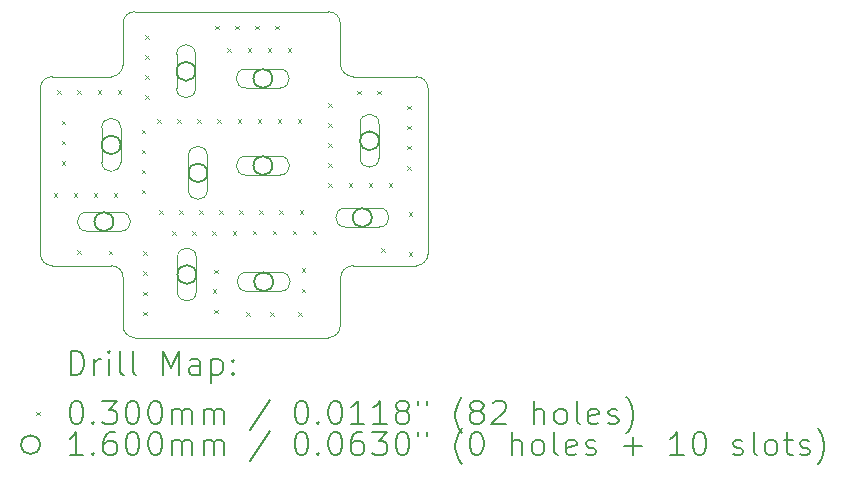
<source format=gbr>
%TF.GenerationSoftware,KiCad,Pcbnew,8.0.7*%
%TF.CreationDate,2025-04-20T00:51:05-04:00*%
%TF.ProjectId,1M_4F,314d5f34-462e-46b6-9963-61645f706362,rev?*%
%TF.SameCoordinates,Original*%
%TF.FileFunction,Drillmap*%
%TF.FilePolarity,Positive*%
%FSLAX45Y45*%
G04 Gerber Fmt 4.5, Leading zero omitted, Abs format (unit mm)*
G04 Created by KiCad (PCBNEW 8.0.7) date 2025-04-20 00:51:05*
%MOMM*%
%LPD*%
G01*
G04 APERTURE LIST*
%ADD10C,0.050000*%
%ADD11C,0.200000*%
%ADD12C,0.100000*%
%ADD13C,0.160000*%
G04 APERTURE END LIST*
D10*
X10840000Y-3400000D02*
G75*
G02*
X10940000Y-3500000I0J-100000D01*
G01*
X8500000Y-5550000D02*
G75*
G02*
X8400000Y-5450000I0J100000D01*
G01*
X9100000Y-3500000D02*
G75*
G02*
X9200000Y-3400000I100000J0D01*
G01*
X9200000Y-6160000D02*
X10840000Y-6160000D01*
X10940000Y-6060000D02*
G75*
G02*
X10840000Y-6160000I-100000J0D01*
G01*
X9100000Y-3850000D02*
G75*
G02*
X9000000Y-3950000I-100000J0D01*
G01*
X9100000Y-6060000D02*
X9100000Y-5650107D01*
X11682500Y-5450000D02*
G75*
G02*
X11582500Y-5550000I-100000J0D01*
G01*
X11050000Y-3950000D02*
G75*
G02*
X10940000Y-3840000I0J110000D01*
G01*
X10940937Y-5660107D02*
G75*
G02*
X11050937Y-5550107I110003J-3D01*
G01*
X8500937Y-5550107D02*
X9000937Y-5550107D01*
X8400000Y-5450000D02*
X8400000Y-4050000D01*
X11682500Y-4050000D02*
X11682500Y-5450000D01*
X10940000Y-3500000D02*
X10940000Y-3840000D01*
X8400000Y-4050000D02*
G75*
G02*
X8500000Y-3950000I100000J0D01*
G01*
X11582500Y-3950000D02*
G75*
G02*
X11682500Y-4050000I0J-100000D01*
G01*
X8500000Y-3950000D02*
X9000000Y-3950000D01*
X9100000Y-3500000D02*
X9100000Y-3850000D01*
X9000937Y-5550107D02*
G75*
G02*
X9100943Y-5650107I3J-100003D01*
G01*
X9200000Y-3400000D02*
X10840000Y-3400000D01*
X11050937Y-5550107D02*
X11583437Y-5550107D01*
X10940000Y-6060000D02*
X10940000Y-5660107D01*
X9200000Y-6160000D02*
G75*
G02*
X9100000Y-6060000I0J100000D01*
G01*
X11050000Y-3950000D02*
X11582500Y-3950000D01*
D11*
D12*
X8512500Y-4937500D02*
X8542500Y-4967500D01*
X8542500Y-4937500D02*
X8512500Y-4967500D01*
X8545000Y-4065000D02*
X8575000Y-4095000D01*
X8575000Y-4065000D02*
X8545000Y-4095000D01*
X8582500Y-4325000D02*
X8612500Y-4355000D01*
X8612500Y-4325000D02*
X8582500Y-4355000D01*
X8582500Y-4495000D02*
X8612500Y-4525000D01*
X8612500Y-4495000D02*
X8582500Y-4525000D01*
X8582500Y-4665000D02*
X8612500Y-4695000D01*
X8612500Y-4665000D02*
X8582500Y-4695000D01*
X8682500Y-4937500D02*
X8712500Y-4967500D01*
X8712500Y-4937500D02*
X8682500Y-4967500D01*
X8712500Y-5422500D02*
X8742500Y-5452500D01*
X8742500Y-5422500D02*
X8712500Y-5452500D01*
X8715000Y-4065000D02*
X8745000Y-4095000D01*
X8745000Y-4065000D02*
X8715000Y-4095000D01*
X8852500Y-4937500D02*
X8882500Y-4967500D01*
X8882500Y-4937500D02*
X8852500Y-4967500D01*
X8885000Y-4065000D02*
X8915000Y-4095000D01*
X8915000Y-4065000D02*
X8885000Y-4095000D01*
X8980000Y-5425000D02*
X9010000Y-5455000D01*
X9010000Y-5425000D02*
X8980000Y-5455000D01*
X9022500Y-4937500D02*
X9052500Y-4967500D01*
X9052500Y-4937500D02*
X9022500Y-4967500D01*
X9055000Y-4065000D02*
X9085000Y-4095000D01*
X9085000Y-4065000D02*
X9055000Y-4095000D01*
X9260000Y-4400000D02*
X9290000Y-4430000D01*
X9290000Y-4400000D02*
X9260000Y-4430000D01*
X9260000Y-4570000D02*
X9290000Y-4600000D01*
X9290000Y-4570000D02*
X9260000Y-4600000D01*
X9260000Y-4740000D02*
X9290000Y-4770000D01*
X9290000Y-4740000D02*
X9260000Y-4770000D01*
X9260000Y-4910000D02*
X9290000Y-4940000D01*
X9290000Y-4910000D02*
X9260000Y-4940000D01*
X9270000Y-5430000D02*
X9300000Y-5460000D01*
X9300000Y-5430000D02*
X9270000Y-5460000D01*
X9270000Y-5600000D02*
X9300000Y-5630000D01*
X9300000Y-5600000D02*
X9270000Y-5630000D01*
X9270000Y-5770000D02*
X9300000Y-5800000D01*
X9300000Y-5770000D02*
X9270000Y-5800000D01*
X9270000Y-5940000D02*
X9300000Y-5970000D01*
X9300000Y-5940000D02*
X9270000Y-5970000D01*
X9287500Y-3600000D02*
X9317500Y-3630000D01*
X9317500Y-3600000D02*
X9287500Y-3630000D01*
X9287500Y-3770000D02*
X9317500Y-3800000D01*
X9317500Y-3770000D02*
X9287500Y-3800000D01*
X9287500Y-3940000D02*
X9317500Y-3970000D01*
X9317500Y-3940000D02*
X9287500Y-3970000D01*
X9287500Y-4110000D02*
X9317500Y-4140000D01*
X9317500Y-4110000D02*
X9287500Y-4140000D01*
X9390000Y-4312500D02*
X9420000Y-4342500D01*
X9420000Y-4312500D02*
X9390000Y-4342500D01*
X9405000Y-5082500D02*
X9435000Y-5112500D01*
X9435000Y-5082500D02*
X9405000Y-5112500D01*
X9517500Y-5257500D02*
X9547500Y-5287500D01*
X9547500Y-5257500D02*
X9517500Y-5287500D01*
X9560000Y-4312500D02*
X9590000Y-4342500D01*
X9590000Y-4312500D02*
X9560000Y-4342500D01*
X9575000Y-5082500D02*
X9605000Y-5112500D01*
X9605000Y-5082500D02*
X9575000Y-5112500D01*
X9687500Y-5257500D02*
X9717500Y-5287500D01*
X9717500Y-5257500D02*
X9687500Y-5287500D01*
X9730000Y-4312500D02*
X9760000Y-4342500D01*
X9760000Y-4312500D02*
X9730000Y-4342500D01*
X9745000Y-5082500D02*
X9775000Y-5112500D01*
X9775000Y-5082500D02*
X9745000Y-5112500D01*
X9857500Y-5257500D02*
X9887500Y-5287500D01*
X9887500Y-5257500D02*
X9857500Y-5287500D01*
X9860000Y-5752500D02*
X9890000Y-5782500D01*
X9890000Y-5752500D02*
X9860000Y-5782500D01*
X9872500Y-5585000D02*
X9902500Y-5615000D01*
X9902500Y-5585000D02*
X9872500Y-5615000D01*
X9872500Y-5925000D02*
X9902500Y-5955000D01*
X9902500Y-5925000D02*
X9872500Y-5955000D01*
X9880000Y-3520000D02*
X9910000Y-3550000D01*
X9910000Y-3520000D02*
X9880000Y-3550000D01*
X9900000Y-4312500D02*
X9930000Y-4342500D01*
X9930000Y-4312500D02*
X9900000Y-4342500D01*
X9915000Y-5082500D02*
X9945000Y-5112500D01*
X9945000Y-5082500D02*
X9915000Y-5112500D01*
X9985000Y-3710000D02*
X10015000Y-3740000D01*
X10015000Y-3710000D02*
X9985000Y-3740000D01*
X10027500Y-5257500D02*
X10057500Y-5287500D01*
X10057500Y-5257500D02*
X10027500Y-5287500D01*
X10050000Y-3520000D02*
X10080000Y-3550000D01*
X10080000Y-3520000D02*
X10050000Y-3550000D01*
X10070000Y-4310000D02*
X10100000Y-4340000D01*
X10100000Y-4310000D02*
X10070000Y-4340000D01*
X10085000Y-5080000D02*
X10115000Y-5110000D01*
X10115000Y-5080000D02*
X10085000Y-5110000D01*
X10145000Y-5945000D02*
X10175000Y-5975000D01*
X10175000Y-5945000D02*
X10145000Y-5975000D01*
X10155000Y-3710000D02*
X10185000Y-3740000D01*
X10185000Y-3710000D02*
X10155000Y-3740000D01*
X10197500Y-5255000D02*
X10227500Y-5285000D01*
X10227500Y-5255000D02*
X10197500Y-5285000D01*
X10220000Y-3520000D02*
X10250000Y-3550000D01*
X10250000Y-3520000D02*
X10220000Y-3550000D01*
X10240000Y-4310000D02*
X10270000Y-4340000D01*
X10270000Y-4310000D02*
X10240000Y-4340000D01*
X10255000Y-5080000D02*
X10285000Y-5110000D01*
X10285000Y-5080000D02*
X10255000Y-5110000D01*
X10325000Y-3710000D02*
X10355000Y-3740000D01*
X10355000Y-3710000D02*
X10325000Y-3740000D01*
X10345000Y-5945000D02*
X10375000Y-5975000D01*
X10375000Y-5945000D02*
X10345000Y-5975000D01*
X10367500Y-5255000D02*
X10397500Y-5285000D01*
X10397500Y-5255000D02*
X10367500Y-5285000D01*
X10390000Y-3520000D02*
X10420000Y-3550000D01*
X10420000Y-3520000D02*
X10390000Y-3550000D01*
X10410000Y-4310000D02*
X10440000Y-4340000D01*
X10440000Y-4310000D02*
X10410000Y-4340000D01*
X10425000Y-5080000D02*
X10455000Y-5110000D01*
X10455000Y-5080000D02*
X10425000Y-5110000D01*
X10495000Y-3710000D02*
X10525000Y-3740000D01*
X10525000Y-3710000D02*
X10495000Y-3740000D01*
X10537500Y-5255000D02*
X10567500Y-5285000D01*
X10567500Y-5255000D02*
X10537500Y-5285000D01*
X10580000Y-4310000D02*
X10610000Y-4340000D01*
X10610000Y-4310000D02*
X10580000Y-4340000D01*
X10585000Y-5945000D02*
X10615000Y-5975000D01*
X10615000Y-5945000D02*
X10585000Y-5975000D01*
X10595000Y-5080000D02*
X10625000Y-5110000D01*
X10625000Y-5080000D02*
X10595000Y-5110000D01*
X10615000Y-5575000D02*
X10645000Y-5605000D01*
X10645000Y-5575000D02*
X10615000Y-5605000D01*
X10615000Y-5745000D02*
X10645000Y-5775000D01*
X10645000Y-5745000D02*
X10615000Y-5775000D01*
X10707500Y-5255000D02*
X10737500Y-5285000D01*
X10737500Y-5255000D02*
X10707500Y-5285000D01*
X10840000Y-4175000D02*
X10870000Y-4205000D01*
X10870000Y-4175000D02*
X10840000Y-4205000D01*
X10840000Y-4345000D02*
X10870000Y-4375000D01*
X10870000Y-4345000D02*
X10840000Y-4375000D01*
X10840000Y-4515000D02*
X10870000Y-4545000D01*
X10870000Y-4515000D02*
X10840000Y-4545000D01*
X10840000Y-4685000D02*
X10870000Y-4715000D01*
X10870000Y-4685000D02*
X10840000Y-4715000D01*
X10840000Y-4852500D02*
X10870000Y-4882500D01*
X10870000Y-4852500D02*
X10840000Y-4882500D01*
X11010000Y-4852500D02*
X11040000Y-4882500D01*
X11040000Y-4852500D02*
X11010000Y-4882500D01*
X11085000Y-4070000D02*
X11115000Y-4100000D01*
X11115000Y-4070000D02*
X11085000Y-4100000D01*
X11180000Y-4852500D02*
X11210000Y-4882500D01*
X11210000Y-4852500D02*
X11180000Y-4882500D01*
X11255000Y-4070000D02*
X11285000Y-4100000D01*
X11285000Y-4070000D02*
X11255000Y-4100000D01*
X11285000Y-5405000D02*
X11315000Y-5435000D01*
X11315000Y-5405000D02*
X11285000Y-5435000D01*
X11350000Y-4852500D02*
X11380000Y-4882500D01*
X11380000Y-4852500D02*
X11350000Y-4882500D01*
X11507500Y-4197500D02*
X11537500Y-4227500D01*
X11537500Y-4197500D02*
X11507500Y-4227500D01*
X11507500Y-4367500D02*
X11537500Y-4397500D01*
X11537500Y-4367500D02*
X11507500Y-4397500D01*
X11507500Y-4537500D02*
X11537500Y-4567500D01*
X11537500Y-4537500D02*
X11507500Y-4567500D01*
X11507500Y-4707500D02*
X11537500Y-4737500D01*
X11537500Y-4707500D02*
X11507500Y-4737500D01*
X11520000Y-5097500D02*
X11550000Y-5127500D01*
X11550000Y-5097500D02*
X11520000Y-5127500D01*
X11520000Y-5437500D02*
X11550000Y-5467500D01*
X11550000Y-5437500D02*
X11520000Y-5467500D01*
D13*
X9018750Y-5178750D02*
G75*
G02*
X8858750Y-5178750I-80000J0D01*
G01*
X8858750Y-5178750D02*
G75*
G02*
X9018750Y-5178750I80000J0D01*
G01*
D12*
X8793750Y-5258750D02*
X9083750Y-5258750D01*
X9083750Y-5098750D02*
G75*
G02*
X9083750Y-5258750I0J-80000D01*
G01*
X9083750Y-5098750D02*
X8793750Y-5098750D01*
X8793750Y-5098750D02*
G75*
G03*
X8793750Y-5258750I0J-80000D01*
G01*
D13*
X9080000Y-4528750D02*
G75*
G02*
X8920000Y-4528750I-80000J0D01*
G01*
X8920000Y-4528750D02*
G75*
G02*
X9080000Y-4528750I80000J0D01*
G01*
D12*
X8920000Y-4383750D02*
X8920000Y-4673750D01*
X9080000Y-4673750D02*
G75*
G02*
X8920000Y-4673750I-80000J0D01*
G01*
X9080000Y-4673750D02*
X9080000Y-4383750D01*
X9080000Y-4383750D02*
G75*
G03*
X8920000Y-4383750I-80000J0D01*
G01*
D13*
X9713750Y-3905000D02*
G75*
G02*
X9553750Y-3905000I-80000J0D01*
G01*
X9553750Y-3905000D02*
G75*
G02*
X9713750Y-3905000I80000J0D01*
G01*
D12*
X9553750Y-3760000D02*
X9553750Y-4050000D01*
X9713750Y-4050000D02*
G75*
G02*
X9553750Y-4050000I-80000J0D01*
G01*
X9713750Y-4050000D02*
X9713750Y-3760000D01*
X9713750Y-3760000D02*
G75*
G03*
X9553750Y-3760000I-80000J0D01*
G01*
D13*
X9721250Y-5626250D02*
G75*
G02*
X9561250Y-5626250I-80000J0D01*
G01*
X9561250Y-5626250D02*
G75*
G02*
X9721250Y-5626250I80000J0D01*
G01*
D12*
X9561250Y-5481250D02*
X9561250Y-5771250D01*
X9721250Y-5771250D02*
G75*
G02*
X9561250Y-5771250I-80000J0D01*
G01*
X9721250Y-5771250D02*
X9721250Y-5481250D01*
X9721250Y-5481250D02*
G75*
G03*
X9561250Y-5481250I-80000J0D01*
G01*
D13*
X9814460Y-4765330D02*
G75*
G02*
X9654460Y-4765330I-80000J0D01*
G01*
X9654460Y-4765330D02*
G75*
G02*
X9814460Y-4765330I80000J0D01*
G01*
D12*
X9654460Y-4620330D02*
X9654460Y-4910330D01*
X9814460Y-4910330D02*
G75*
G02*
X9654460Y-4910330I-80000J0D01*
G01*
X9814460Y-4910330D02*
X9814460Y-4620330D01*
X9814460Y-4620330D02*
G75*
G03*
X9654460Y-4620330I-80000J0D01*
G01*
D13*
X10363750Y-3966250D02*
G75*
G02*
X10203750Y-3966250I-80000J0D01*
G01*
X10203750Y-3966250D02*
G75*
G02*
X10363750Y-3966250I80000J0D01*
G01*
D12*
X10428750Y-3886250D02*
X10138750Y-3886250D01*
X10138750Y-4046250D02*
G75*
G02*
X10138750Y-3886250I0J80000D01*
G01*
X10138750Y-4046250D02*
X10428750Y-4046250D01*
X10428750Y-4046250D02*
G75*
G03*
X10428750Y-3886250I0J80000D01*
G01*
D13*
X10364460Y-4704080D02*
G75*
G02*
X10204460Y-4704080I-80000J0D01*
G01*
X10204460Y-4704080D02*
G75*
G02*
X10364460Y-4704080I80000J0D01*
G01*
D12*
X10139460Y-4784080D02*
X10429460Y-4784080D01*
X10429460Y-4624080D02*
G75*
G02*
X10429460Y-4784080I0J-80000D01*
G01*
X10429460Y-4624080D02*
X10139460Y-4624080D01*
X10139460Y-4624080D02*
G75*
G03*
X10139460Y-4784080I0J-80000D01*
G01*
D13*
X10371250Y-5687500D02*
G75*
G02*
X10211250Y-5687500I-80000J0D01*
G01*
X10211250Y-5687500D02*
G75*
G02*
X10371250Y-5687500I80000J0D01*
G01*
D12*
X10436250Y-5607500D02*
X10146250Y-5607500D01*
X10146250Y-5767500D02*
G75*
G02*
X10146250Y-5607500I0J80000D01*
G01*
X10146250Y-5767500D02*
X10436250Y-5767500D01*
X10436250Y-5767500D02*
G75*
G03*
X10436250Y-5607500I0J80000D01*
G01*
D13*
X11206250Y-5143750D02*
G75*
G02*
X11046250Y-5143750I-80000J0D01*
G01*
X11046250Y-5143750D02*
G75*
G02*
X11206250Y-5143750I80000J0D01*
G01*
D12*
X10981250Y-5223750D02*
X11271250Y-5223750D01*
X11271250Y-5063750D02*
G75*
G02*
X11271250Y-5223750I0J-80000D01*
G01*
X11271250Y-5063750D02*
X10981250Y-5063750D01*
X10981250Y-5063750D02*
G75*
G03*
X10981250Y-5223750I0J-80000D01*
G01*
D13*
X11267500Y-4493750D02*
G75*
G02*
X11107500Y-4493750I-80000J0D01*
G01*
X11107500Y-4493750D02*
G75*
G02*
X11267500Y-4493750I80000J0D01*
G01*
D12*
X11107500Y-4348750D02*
X11107500Y-4638750D01*
X11267500Y-4638750D02*
G75*
G02*
X11107500Y-4638750I-80000J0D01*
G01*
X11267500Y-4638750D02*
X11267500Y-4348750D01*
X11267500Y-4348750D02*
G75*
G03*
X11107500Y-4348750I-80000J0D01*
G01*
D11*
X8658277Y-6473984D02*
X8658277Y-6273984D01*
X8658277Y-6273984D02*
X8705896Y-6273984D01*
X8705896Y-6273984D02*
X8734467Y-6283508D01*
X8734467Y-6283508D02*
X8753515Y-6302555D01*
X8753515Y-6302555D02*
X8763039Y-6321603D01*
X8763039Y-6321603D02*
X8772563Y-6359698D01*
X8772563Y-6359698D02*
X8772563Y-6388269D01*
X8772563Y-6388269D02*
X8763039Y-6426365D01*
X8763039Y-6426365D02*
X8753515Y-6445412D01*
X8753515Y-6445412D02*
X8734467Y-6464460D01*
X8734467Y-6464460D02*
X8705896Y-6473984D01*
X8705896Y-6473984D02*
X8658277Y-6473984D01*
X8858277Y-6473984D02*
X8858277Y-6340650D01*
X8858277Y-6378746D02*
X8867801Y-6359698D01*
X8867801Y-6359698D02*
X8877324Y-6350174D01*
X8877324Y-6350174D02*
X8896372Y-6340650D01*
X8896372Y-6340650D02*
X8915420Y-6340650D01*
X8982086Y-6473984D02*
X8982086Y-6340650D01*
X8982086Y-6273984D02*
X8972563Y-6283508D01*
X8972563Y-6283508D02*
X8982086Y-6293031D01*
X8982086Y-6293031D02*
X8991610Y-6283508D01*
X8991610Y-6283508D02*
X8982086Y-6273984D01*
X8982086Y-6273984D02*
X8982086Y-6293031D01*
X9105896Y-6473984D02*
X9086848Y-6464460D01*
X9086848Y-6464460D02*
X9077324Y-6445412D01*
X9077324Y-6445412D02*
X9077324Y-6273984D01*
X9210658Y-6473984D02*
X9191610Y-6464460D01*
X9191610Y-6464460D02*
X9182086Y-6445412D01*
X9182086Y-6445412D02*
X9182086Y-6273984D01*
X9439229Y-6473984D02*
X9439229Y-6273984D01*
X9439229Y-6273984D02*
X9505896Y-6416841D01*
X9505896Y-6416841D02*
X9572563Y-6273984D01*
X9572563Y-6273984D02*
X9572563Y-6473984D01*
X9753515Y-6473984D02*
X9753515Y-6369222D01*
X9753515Y-6369222D02*
X9743991Y-6350174D01*
X9743991Y-6350174D02*
X9724944Y-6340650D01*
X9724944Y-6340650D02*
X9686848Y-6340650D01*
X9686848Y-6340650D02*
X9667801Y-6350174D01*
X9753515Y-6464460D02*
X9734467Y-6473984D01*
X9734467Y-6473984D02*
X9686848Y-6473984D01*
X9686848Y-6473984D02*
X9667801Y-6464460D01*
X9667801Y-6464460D02*
X9658277Y-6445412D01*
X9658277Y-6445412D02*
X9658277Y-6426365D01*
X9658277Y-6426365D02*
X9667801Y-6407317D01*
X9667801Y-6407317D02*
X9686848Y-6397793D01*
X9686848Y-6397793D02*
X9734467Y-6397793D01*
X9734467Y-6397793D02*
X9753515Y-6388269D01*
X9848753Y-6340650D02*
X9848753Y-6540650D01*
X9848753Y-6350174D02*
X9867801Y-6340650D01*
X9867801Y-6340650D02*
X9905896Y-6340650D01*
X9905896Y-6340650D02*
X9924944Y-6350174D01*
X9924944Y-6350174D02*
X9934467Y-6359698D01*
X9934467Y-6359698D02*
X9943991Y-6378746D01*
X9943991Y-6378746D02*
X9943991Y-6435888D01*
X9943991Y-6435888D02*
X9934467Y-6454936D01*
X9934467Y-6454936D02*
X9924944Y-6464460D01*
X9924944Y-6464460D02*
X9905896Y-6473984D01*
X9905896Y-6473984D02*
X9867801Y-6473984D01*
X9867801Y-6473984D02*
X9848753Y-6464460D01*
X10029705Y-6454936D02*
X10039229Y-6464460D01*
X10039229Y-6464460D02*
X10029705Y-6473984D01*
X10029705Y-6473984D02*
X10020182Y-6464460D01*
X10020182Y-6464460D02*
X10029705Y-6454936D01*
X10029705Y-6454936D02*
X10029705Y-6473984D01*
X10029705Y-6350174D02*
X10039229Y-6359698D01*
X10039229Y-6359698D02*
X10029705Y-6369222D01*
X10029705Y-6369222D02*
X10020182Y-6359698D01*
X10020182Y-6359698D02*
X10029705Y-6350174D01*
X10029705Y-6350174D02*
X10029705Y-6369222D01*
D12*
X8367500Y-6787500D02*
X8397500Y-6817500D01*
X8397500Y-6787500D02*
X8367500Y-6817500D01*
D11*
X8696372Y-6693984D02*
X8715420Y-6693984D01*
X8715420Y-6693984D02*
X8734467Y-6703508D01*
X8734467Y-6703508D02*
X8743991Y-6713031D01*
X8743991Y-6713031D02*
X8753515Y-6732079D01*
X8753515Y-6732079D02*
X8763039Y-6770174D01*
X8763039Y-6770174D02*
X8763039Y-6817793D01*
X8763039Y-6817793D02*
X8753515Y-6855888D01*
X8753515Y-6855888D02*
X8743991Y-6874936D01*
X8743991Y-6874936D02*
X8734467Y-6884460D01*
X8734467Y-6884460D02*
X8715420Y-6893984D01*
X8715420Y-6893984D02*
X8696372Y-6893984D01*
X8696372Y-6893984D02*
X8677324Y-6884460D01*
X8677324Y-6884460D02*
X8667801Y-6874936D01*
X8667801Y-6874936D02*
X8658277Y-6855888D01*
X8658277Y-6855888D02*
X8648753Y-6817793D01*
X8648753Y-6817793D02*
X8648753Y-6770174D01*
X8648753Y-6770174D02*
X8658277Y-6732079D01*
X8658277Y-6732079D02*
X8667801Y-6713031D01*
X8667801Y-6713031D02*
X8677324Y-6703508D01*
X8677324Y-6703508D02*
X8696372Y-6693984D01*
X8848753Y-6874936D02*
X8858277Y-6884460D01*
X8858277Y-6884460D02*
X8848753Y-6893984D01*
X8848753Y-6893984D02*
X8839229Y-6884460D01*
X8839229Y-6884460D02*
X8848753Y-6874936D01*
X8848753Y-6874936D02*
X8848753Y-6893984D01*
X8924944Y-6693984D02*
X9048753Y-6693984D01*
X9048753Y-6693984D02*
X8982086Y-6770174D01*
X8982086Y-6770174D02*
X9010658Y-6770174D01*
X9010658Y-6770174D02*
X9029705Y-6779698D01*
X9029705Y-6779698D02*
X9039229Y-6789222D01*
X9039229Y-6789222D02*
X9048753Y-6808269D01*
X9048753Y-6808269D02*
X9048753Y-6855888D01*
X9048753Y-6855888D02*
X9039229Y-6874936D01*
X9039229Y-6874936D02*
X9029705Y-6884460D01*
X9029705Y-6884460D02*
X9010658Y-6893984D01*
X9010658Y-6893984D02*
X8953515Y-6893984D01*
X8953515Y-6893984D02*
X8934467Y-6884460D01*
X8934467Y-6884460D02*
X8924944Y-6874936D01*
X9172563Y-6693984D02*
X9191610Y-6693984D01*
X9191610Y-6693984D02*
X9210658Y-6703508D01*
X9210658Y-6703508D02*
X9220182Y-6713031D01*
X9220182Y-6713031D02*
X9229705Y-6732079D01*
X9229705Y-6732079D02*
X9239229Y-6770174D01*
X9239229Y-6770174D02*
X9239229Y-6817793D01*
X9239229Y-6817793D02*
X9229705Y-6855888D01*
X9229705Y-6855888D02*
X9220182Y-6874936D01*
X9220182Y-6874936D02*
X9210658Y-6884460D01*
X9210658Y-6884460D02*
X9191610Y-6893984D01*
X9191610Y-6893984D02*
X9172563Y-6893984D01*
X9172563Y-6893984D02*
X9153515Y-6884460D01*
X9153515Y-6884460D02*
X9143991Y-6874936D01*
X9143991Y-6874936D02*
X9134467Y-6855888D01*
X9134467Y-6855888D02*
X9124944Y-6817793D01*
X9124944Y-6817793D02*
X9124944Y-6770174D01*
X9124944Y-6770174D02*
X9134467Y-6732079D01*
X9134467Y-6732079D02*
X9143991Y-6713031D01*
X9143991Y-6713031D02*
X9153515Y-6703508D01*
X9153515Y-6703508D02*
X9172563Y-6693984D01*
X9363039Y-6693984D02*
X9382086Y-6693984D01*
X9382086Y-6693984D02*
X9401134Y-6703508D01*
X9401134Y-6703508D02*
X9410658Y-6713031D01*
X9410658Y-6713031D02*
X9420182Y-6732079D01*
X9420182Y-6732079D02*
X9429705Y-6770174D01*
X9429705Y-6770174D02*
X9429705Y-6817793D01*
X9429705Y-6817793D02*
X9420182Y-6855888D01*
X9420182Y-6855888D02*
X9410658Y-6874936D01*
X9410658Y-6874936D02*
X9401134Y-6884460D01*
X9401134Y-6884460D02*
X9382086Y-6893984D01*
X9382086Y-6893984D02*
X9363039Y-6893984D01*
X9363039Y-6893984D02*
X9343991Y-6884460D01*
X9343991Y-6884460D02*
X9334467Y-6874936D01*
X9334467Y-6874936D02*
X9324944Y-6855888D01*
X9324944Y-6855888D02*
X9315420Y-6817793D01*
X9315420Y-6817793D02*
X9315420Y-6770174D01*
X9315420Y-6770174D02*
X9324944Y-6732079D01*
X9324944Y-6732079D02*
X9334467Y-6713031D01*
X9334467Y-6713031D02*
X9343991Y-6703508D01*
X9343991Y-6703508D02*
X9363039Y-6693984D01*
X9515420Y-6893984D02*
X9515420Y-6760650D01*
X9515420Y-6779698D02*
X9524944Y-6770174D01*
X9524944Y-6770174D02*
X9543991Y-6760650D01*
X9543991Y-6760650D02*
X9572563Y-6760650D01*
X9572563Y-6760650D02*
X9591610Y-6770174D01*
X9591610Y-6770174D02*
X9601134Y-6789222D01*
X9601134Y-6789222D02*
X9601134Y-6893984D01*
X9601134Y-6789222D02*
X9610658Y-6770174D01*
X9610658Y-6770174D02*
X9629705Y-6760650D01*
X9629705Y-6760650D02*
X9658277Y-6760650D01*
X9658277Y-6760650D02*
X9677325Y-6770174D01*
X9677325Y-6770174D02*
X9686848Y-6789222D01*
X9686848Y-6789222D02*
X9686848Y-6893984D01*
X9782086Y-6893984D02*
X9782086Y-6760650D01*
X9782086Y-6779698D02*
X9791610Y-6770174D01*
X9791610Y-6770174D02*
X9810658Y-6760650D01*
X9810658Y-6760650D02*
X9839229Y-6760650D01*
X9839229Y-6760650D02*
X9858277Y-6770174D01*
X9858277Y-6770174D02*
X9867801Y-6789222D01*
X9867801Y-6789222D02*
X9867801Y-6893984D01*
X9867801Y-6789222D02*
X9877325Y-6770174D01*
X9877325Y-6770174D02*
X9896372Y-6760650D01*
X9896372Y-6760650D02*
X9924944Y-6760650D01*
X9924944Y-6760650D02*
X9943991Y-6770174D01*
X9943991Y-6770174D02*
X9953515Y-6789222D01*
X9953515Y-6789222D02*
X9953515Y-6893984D01*
X10343991Y-6684460D02*
X10172563Y-6941603D01*
X10601134Y-6693984D02*
X10620182Y-6693984D01*
X10620182Y-6693984D02*
X10639229Y-6703508D01*
X10639229Y-6703508D02*
X10648753Y-6713031D01*
X10648753Y-6713031D02*
X10658277Y-6732079D01*
X10658277Y-6732079D02*
X10667801Y-6770174D01*
X10667801Y-6770174D02*
X10667801Y-6817793D01*
X10667801Y-6817793D02*
X10658277Y-6855888D01*
X10658277Y-6855888D02*
X10648753Y-6874936D01*
X10648753Y-6874936D02*
X10639229Y-6884460D01*
X10639229Y-6884460D02*
X10620182Y-6893984D01*
X10620182Y-6893984D02*
X10601134Y-6893984D01*
X10601134Y-6893984D02*
X10582087Y-6884460D01*
X10582087Y-6884460D02*
X10572563Y-6874936D01*
X10572563Y-6874936D02*
X10563039Y-6855888D01*
X10563039Y-6855888D02*
X10553515Y-6817793D01*
X10553515Y-6817793D02*
X10553515Y-6770174D01*
X10553515Y-6770174D02*
X10563039Y-6732079D01*
X10563039Y-6732079D02*
X10572563Y-6713031D01*
X10572563Y-6713031D02*
X10582087Y-6703508D01*
X10582087Y-6703508D02*
X10601134Y-6693984D01*
X10753515Y-6874936D02*
X10763039Y-6884460D01*
X10763039Y-6884460D02*
X10753515Y-6893984D01*
X10753515Y-6893984D02*
X10743991Y-6884460D01*
X10743991Y-6884460D02*
X10753515Y-6874936D01*
X10753515Y-6874936D02*
X10753515Y-6893984D01*
X10886848Y-6693984D02*
X10905896Y-6693984D01*
X10905896Y-6693984D02*
X10924944Y-6703508D01*
X10924944Y-6703508D02*
X10934468Y-6713031D01*
X10934468Y-6713031D02*
X10943991Y-6732079D01*
X10943991Y-6732079D02*
X10953515Y-6770174D01*
X10953515Y-6770174D02*
X10953515Y-6817793D01*
X10953515Y-6817793D02*
X10943991Y-6855888D01*
X10943991Y-6855888D02*
X10934468Y-6874936D01*
X10934468Y-6874936D02*
X10924944Y-6884460D01*
X10924944Y-6884460D02*
X10905896Y-6893984D01*
X10905896Y-6893984D02*
X10886848Y-6893984D01*
X10886848Y-6893984D02*
X10867801Y-6884460D01*
X10867801Y-6884460D02*
X10858277Y-6874936D01*
X10858277Y-6874936D02*
X10848753Y-6855888D01*
X10848753Y-6855888D02*
X10839229Y-6817793D01*
X10839229Y-6817793D02*
X10839229Y-6770174D01*
X10839229Y-6770174D02*
X10848753Y-6732079D01*
X10848753Y-6732079D02*
X10858277Y-6713031D01*
X10858277Y-6713031D02*
X10867801Y-6703508D01*
X10867801Y-6703508D02*
X10886848Y-6693984D01*
X11143991Y-6893984D02*
X11029706Y-6893984D01*
X11086848Y-6893984D02*
X11086848Y-6693984D01*
X11086848Y-6693984D02*
X11067801Y-6722555D01*
X11067801Y-6722555D02*
X11048753Y-6741603D01*
X11048753Y-6741603D02*
X11029706Y-6751127D01*
X11334467Y-6893984D02*
X11220182Y-6893984D01*
X11277325Y-6893984D02*
X11277325Y-6693984D01*
X11277325Y-6693984D02*
X11258277Y-6722555D01*
X11258277Y-6722555D02*
X11239229Y-6741603D01*
X11239229Y-6741603D02*
X11220182Y-6751127D01*
X11448753Y-6779698D02*
X11429706Y-6770174D01*
X11429706Y-6770174D02*
X11420182Y-6760650D01*
X11420182Y-6760650D02*
X11410658Y-6741603D01*
X11410658Y-6741603D02*
X11410658Y-6732079D01*
X11410658Y-6732079D02*
X11420182Y-6713031D01*
X11420182Y-6713031D02*
X11429706Y-6703508D01*
X11429706Y-6703508D02*
X11448753Y-6693984D01*
X11448753Y-6693984D02*
X11486848Y-6693984D01*
X11486848Y-6693984D02*
X11505896Y-6703508D01*
X11505896Y-6703508D02*
X11515420Y-6713031D01*
X11515420Y-6713031D02*
X11524944Y-6732079D01*
X11524944Y-6732079D02*
X11524944Y-6741603D01*
X11524944Y-6741603D02*
X11515420Y-6760650D01*
X11515420Y-6760650D02*
X11505896Y-6770174D01*
X11505896Y-6770174D02*
X11486848Y-6779698D01*
X11486848Y-6779698D02*
X11448753Y-6779698D01*
X11448753Y-6779698D02*
X11429706Y-6789222D01*
X11429706Y-6789222D02*
X11420182Y-6798746D01*
X11420182Y-6798746D02*
X11410658Y-6817793D01*
X11410658Y-6817793D02*
X11410658Y-6855888D01*
X11410658Y-6855888D02*
X11420182Y-6874936D01*
X11420182Y-6874936D02*
X11429706Y-6884460D01*
X11429706Y-6884460D02*
X11448753Y-6893984D01*
X11448753Y-6893984D02*
X11486848Y-6893984D01*
X11486848Y-6893984D02*
X11505896Y-6884460D01*
X11505896Y-6884460D02*
X11515420Y-6874936D01*
X11515420Y-6874936D02*
X11524944Y-6855888D01*
X11524944Y-6855888D02*
X11524944Y-6817793D01*
X11524944Y-6817793D02*
X11515420Y-6798746D01*
X11515420Y-6798746D02*
X11505896Y-6789222D01*
X11505896Y-6789222D02*
X11486848Y-6779698D01*
X11601134Y-6693984D02*
X11601134Y-6732079D01*
X11677325Y-6693984D02*
X11677325Y-6732079D01*
X11972563Y-6970174D02*
X11963039Y-6960650D01*
X11963039Y-6960650D02*
X11943991Y-6932079D01*
X11943991Y-6932079D02*
X11934468Y-6913031D01*
X11934468Y-6913031D02*
X11924944Y-6884460D01*
X11924944Y-6884460D02*
X11915420Y-6836841D01*
X11915420Y-6836841D02*
X11915420Y-6798746D01*
X11915420Y-6798746D02*
X11924944Y-6751127D01*
X11924944Y-6751127D02*
X11934468Y-6722555D01*
X11934468Y-6722555D02*
X11943991Y-6703508D01*
X11943991Y-6703508D02*
X11963039Y-6674936D01*
X11963039Y-6674936D02*
X11972563Y-6665412D01*
X12077325Y-6779698D02*
X12058277Y-6770174D01*
X12058277Y-6770174D02*
X12048753Y-6760650D01*
X12048753Y-6760650D02*
X12039229Y-6741603D01*
X12039229Y-6741603D02*
X12039229Y-6732079D01*
X12039229Y-6732079D02*
X12048753Y-6713031D01*
X12048753Y-6713031D02*
X12058277Y-6703508D01*
X12058277Y-6703508D02*
X12077325Y-6693984D01*
X12077325Y-6693984D02*
X12115420Y-6693984D01*
X12115420Y-6693984D02*
X12134468Y-6703508D01*
X12134468Y-6703508D02*
X12143991Y-6713031D01*
X12143991Y-6713031D02*
X12153515Y-6732079D01*
X12153515Y-6732079D02*
X12153515Y-6741603D01*
X12153515Y-6741603D02*
X12143991Y-6760650D01*
X12143991Y-6760650D02*
X12134468Y-6770174D01*
X12134468Y-6770174D02*
X12115420Y-6779698D01*
X12115420Y-6779698D02*
X12077325Y-6779698D01*
X12077325Y-6779698D02*
X12058277Y-6789222D01*
X12058277Y-6789222D02*
X12048753Y-6798746D01*
X12048753Y-6798746D02*
X12039229Y-6817793D01*
X12039229Y-6817793D02*
X12039229Y-6855888D01*
X12039229Y-6855888D02*
X12048753Y-6874936D01*
X12048753Y-6874936D02*
X12058277Y-6884460D01*
X12058277Y-6884460D02*
X12077325Y-6893984D01*
X12077325Y-6893984D02*
X12115420Y-6893984D01*
X12115420Y-6893984D02*
X12134468Y-6884460D01*
X12134468Y-6884460D02*
X12143991Y-6874936D01*
X12143991Y-6874936D02*
X12153515Y-6855888D01*
X12153515Y-6855888D02*
X12153515Y-6817793D01*
X12153515Y-6817793D02*
X12143991Y-6798746D01*
X12143991Y-6798746D02*
X12134468Y-6789222D01*
X12134468Y-6789222D02*
X12115420Y-6779698D01*
X12229706Y-6713031D02*
X12239229Y-6703508D01*
X12239229Y-6703508D02*
X12258277Y-6693984D01*
X12258277Y-6693984D02*
X12305896Y-6693984D01*
X12305896Y-6693984D02*
X12324944Y-6703508D01*
X12324944Y-6703508D02*
X12334468Y-6713031D01*
X12334468Y-6713031D02*
X12343991Y-6732079D01*
X12343991Y-6732079D02*
X12343991Y-6751127D01*
X12343991Y-6751127D02*
X12334468Y-6779698D01*
X12334468Y-6779698D02*
X12220182Y-6893984D01*
X12220182Y-6893984D02*
X12343991Y-6893984D01*
X12582087Y-6893984D02*
X12582087Y-6693984D01*
X12667801Y-6893984D02*
X12667801Y-6789222D01*
X12667801Y-6789222D02*
X12658277Y-6770174D01*
X12658277Y-6770174D02*
X12639230Y-6760650D01*
X12639230Y-6760650D02*
X12610658Y-6760650D01*
X12610658Y-6760650D02*
X12591610Y-6770174D01*
X12591610Y-6770174D02*
X12582087Y-6779698D01*
X12791610Y-6893984D02*
X12772563Y-6884460D01*
X12772563Y-6884460D02*
X12763039Y-6874936D01*
X12763039Y-6874936D02*
X12753515Y-6855888D01*
X12753515Y-6855888D02*
X12753515Y-6798746D01*
X12753515Y-6798746D02*
X12763039Y-6779698D01*
X12763039Y-6779698D02*
X12772563Y-6770174D01*
X12772563Y-6770174D02*
X12791610Y-6760650D01*
X12791610Y-6760650D02*
X12820182Y-6760650D01*
X12820182Y-6760650D02*
X12839230Y-6770174D01*
X12839230Y-6770174D02*
X12848753Y-6779698D01*
X12848753Y-6779698D02*
X12858277Y-6798746D01*
X12858277Y-6798746D02*
X12858277Y-6855888D01*
X12858277Y-6855888D02*
X12848753Y-6874936D01*
X12848753Y-6874936D02*
X12839230Y-6884460D01*
X12839230Y-6884460D02*
X12820182Y-6893984D01*
X12820182Y-6893984D02*
X12791610Y-6893984D01*
X12972563Y-6893984D02*
X12953515Y-6884460D01*
X12953515Y-6884460D02*
X12943991Y-6865412D01*
X12943991Y-6865412D02*
X12943991Y-6693984D01*
X13124944Y-6884460D02*
X13105896Y-6893984D01*
X13105896Y-6893984D02*
X13067801Y-6893984D01*
X13067801Y-6893984D02*
X13048753Y-6884460D01*
X13048753Y-6884460D02*
X13039230Y-6865412D01*
X13039230Y-6865412D02*
X13039230Y-6789222D01*
X13039230Y-6789222D02*
X13048753Y-6770174D01*
X13048753Y-6770174D02*
X13067801Y-6760650D01*
X13067801Y-6760650D02*
X13105896Y-6760650D01*
X13105896Y-6760650D02*
X13124944Y-6770174D01*
X13124944Y-6770174D02*
X13134468Y-6789222D01*
X13134468Y-6789222D02*
X13134468Y-6808269D01*
X13134468Y-6808269D02*
X13039230Y-6827317D01*
X13210658Y-6884460D02*
X13229706Y-6893984D01*
X13229706Y-6893984D02*
X13267801Y-6893984D01*
X13267801Y-6893984D02*
X13286849Y-6884460D01*
X13286849Y-6884460D02*
X13296372Y-6865412D01*
X13296372Y-6865412D02*
X13296372Y-6855888D01*
X13296372Y-6855888D02*
X13286849Y-6836841D01*
X13286849Y-6836841D02*
X13267801Y-6827317D01*
X13267801Y-6827317D02*
X13239230Y-6827317D01*
X13239230Y-6827317D02*
X13220182Y-6817793D01*
X13220182Y-6817793D02*
X13210658Y-6798746D01*
X13210658Y-6798746D02*
X13210658Y-6789222D01*
X13210658Y-6789222D02*
X13220182Y-6770174D01*
X13220182Y-6770174D02*
X13239230Y-6760650D01*
X13239230Y-6760650D02*
X13267801Y-6760650D01*
X13267801Y-6760650D02*
X13286849Y-6770174D01*
X13363039Y-6970174D02*
X13372563Y-6960650D01*
X13372563Y-6960650D02*
X13391611Y-6932079D01*
X13391611Y-6932079D02*
X13401134Y-6913031D01*
X13401134Y-6913031D02*
X13410658Y-6884460D01*
X13410658Y-6884460D02*
X13420182Y-6836841D01*
X13420182Y-6836841D02*
X13420182Y-6798746D01*
X13420182Y-6798746D02*
X13410658Y-6751127D01*
X13410658Y-6751127D02*
X13401134Y-6722555D01*
X13401134Y-6722555D02*
X13391611Y-6703508D01*
X13391611Y-6703508D02*
X13372563Y-6674936D01*
X13372563Y-6674936D02*
X13363039Y-6665412D01*
D13*
X8397500Y-7066500D02*
G75*
G02*
X8237500Y-7066500I-80000J0D01*
G01*
X8237500Y-7066500D02*
G75*
G02*
X8397500Y-7066500I80000J0D01*
G01*
D11*
X8763039Y-7157984D02*
X8648753Y-7157984D01*
X8705896Y-7157984D02*
X8705896Y-6957984D01*
X8705896Y-6957984D02*
X8686848Y-6986555D01*
X8686848Y-6986555D02*
X8667801Y-7005603D01*
X8667801Y-7005603D02*
X8648753Y-7015127D01*
X8848753Y-7138936D02*
X8858277Y-7148460D01*
X8858277Y-7148460D02*
X8848753Y-7157984D01*
X8848753Y-7157984D02*
X8839229Y-7148460D01*
X8839229Y-7148460D02*
X8848753Y-7138936D01*
X8848753Y-7138936D02*
X8848753Y-7157984D01*
X9029705Y-6957984D02*
X8991610Y-6957984D01*
X8991610Y-6957984D02*
X8972563Y-6967508D01*
X8972563Y-6967508D02*
X8963039Y-6977031D01*
X8963039Y-6977031D02*
X8943991Y-7005603D01*
X8943991Y-7005603D02*
X8934467Y-7043698D01*
X8934467Y-7043698D02*
X8934467Y-7119888D01*
X8934467Y-7119888D02*
X8943991Y-7138936D01*
X8943991Y-7138936D02*
X8953515Y-7148460D01*
X8953515Y-7148460D02*
X8972563Y-7157984D01*
X8972563Y-7157984D02*
X9010658Y-7157984D01*
X9010658Y-7157984D02*
X9029705Y-7148460D01*
X9029705Y-7148460D02*
X9039229Y-7138936D01*
X9039229Y-7138936D02*
X9048753Y-7119888D01*
X9048753Y-7119888D02*
X9048753Y-7072269D01*
X9048753Y-7072269D02*
X9039229Y-7053222D01*
X9039229Y-7053222D02*
X9029705Y-7043698D01*
X9029705Y-7043698D02*
X9010658Y-7034174D01*
X9010658Y-7034174D02*
X8972563Y-7034174D01*
X8972563Y-7034174D02*
X8953515Y-7043698D01*
X8953515Y-7043698D02*
X8943991Y-7053222D01*
X8943991Y-7053222D02*
X8934467Y-7072269D01*
X9172563Y-6957984D02*
X9191610Y-6957984D01*
X9191610Y-6957984D02*
X9210658Y-6967508D01*
X9210658Y-6967508D02*
X9220182Y-6977031D01*
X9220182Y-6977031D02*
X9229705Y-6996079D01*
X9229705Y-6996079D02*
X9239229Y-7034174D01*
X9239229Y-7034174D02*
X9239229Y-7081793D01*
X9239229Y-7081793D02*
X9229705Y-7119888D01*
X9229705Y-7119888D02*
X9220182Y-7138936D01*
X9220182Y-7138936D02*
X9210658Y-7148460D01*
X9210658Y-7148460D02*
X9191610Y-7157984D01*
X9191610Y-7157984D02*
X9172563Y-7157984D01*
X9172563Y-7157984D02*
X9153515Y-7148460D01*
X9153515Y-7148460D02*
X9143991Y-7138936D01*
X9143991Y-7138936D02*
X9134467Y-7119888D01*
X9134467Y-7119888D02*
X9124944Y-7081793D01*
X9124944Y-7081793D02*
X9124944Y-7034174D01*
X9124944Y-7034174D02*
X9134467Y-6996079D01*
X9134467Y-6996079D02*
X9143991Y-6977031D01*
X9143991Y-6977031D02*
X9153515Y-6967508D01*
X9153515Y-6967508D02*
X9172563Y-6957984D01*
X9363039Y-6957984D02*
X9382086Y-6957984D01*
X9382086Y-6957984D02*
X9401134Y-6967508D01*
X9401134Y-6967508D02*
X9410658Y-6977031D01*
X9410658Y-6977031D02*
X9420182Y-6996079D01*
X9420182Y-6996079D02*
X9429705Y-7034174D01*
X9429705Y-7034174D02*
X9429705Y-7081793D01*
X9429705Y-7081793D02*
X9420182Y-7119888D01*
X9420182Y-7119888D02*
X9410658Y-7138936D01*
X9410658Y-7138936D02*
X9401134Y-7148460D01*
X9401134Y-7148460D02*
X9382086Y-7157984D01*
X9382086Y-7157984D02*
X9363039Y-7157984D01*
X9363039Y-7157984D02*
X9343991Y-7148460D01*
X9343991Y-7148460D02*
X9334467Y-7138936D01*
X9334467Y-7138936D02*
X9324944Y-7119888D01*
X9324944Y-7119888D02*
X9315420Y-7081793D01*
X9315420Y-7081793D02*
X9315420Y-7034174D01*
X9315420Y-7034174D02*
X9324944Y-6996079D01*
X9324944Y-6996079D02*
X9334467Y-6977031D01*
X9334467Y-6977031D02*
X9343991Y-6967508D01*
X9343991Y-6967508D02*
X9363039Y-6957984D01*
X9515420Y-7157984D02*
X9515420Y-7024650D01*
X9515420Y-7043698D02*
X9524944Y-7034174D01*
X9524944Y-7034174D02*
X9543991Y-7024650D01*
X9543991Y-7024650D02*
X9572563Y-7024650D01*
X9572563Y-7024650D02*
X9591610Y-7034174D01*
X9591610Y-7034174D02*
X9601134Y-7053222D01*
X9601134Y-7053222D02*
X9601134Y-7157984D01*
X9601134Y-7053222D02*
X9610658Y-7034174D01*
X9610658Y-7034174D02*
X9629705Y-7024650D01*
X9629705Y-7024650D02*
X9658277Y-7024650D01*
X9658277Y-7024650D02*
X9677325Y-7034174D01*
X9677325Y-7034174D02*
X9686848Y-7053222D01*
X9686848Y-7053222D02*
X9686848Y-7157984D01*
X9782086Y-7157984D02*
X9782086Y-7024650D01*
X9782086Y-7043698D02*
X9791610Y-7034174D01*
X9791610Y-7034174D02*
X9810658Y-7024650D01*
X9810658Y-7024650D02*
X9839229Y-7024650D01*
X9839229Y-7024650D02*
X9858277Y-7034174D01*
X9858277Y-7034174D02*
X9867801Y-7053222D01*
X9867801Y-7053222D02*
X9867801Y-7157984D01*
X9867801Y-7053222D02*
X9877325Y-7034174D01*
X9877325Y-7034174D02*
X9896372Y-7024650D01*
X9896372Y-7024650D02*
X9924944Y-7024650D01*
X9924944Y-7024650D02*
X9943991Y-7034174D01*
X9943991Y-7034174D02*
X9953515Y-7053222D01*
X9953515Y-7053222D02*
X9953515Y-7157984D01*
X10343991Y-6948460D02*
X10172563Y-7205603D01*
X10601134Y-6957984D02*
X10620182Y-6957984D01*
X10620182Y-6957984D02*
X10639229Y-6967508D01*
X10639229Y-6967508D02*
X10648753Y-6977031D01*
X10648753Y-6977031D02*
X10658277Y-6996079D01*
X10658277Y-6996079D02*
X10667801Y-7034174D01*
X10667801Y-7034174D02*
X10667801Y-7081793D01*
X10667801Y-7081793D02*
X10658277Y-7119888D01*
X10658277Y-7119888D02*
X10648753Y-7138936D01*
X10648753Y-7138936D02*
X10639229Y-7148460D01*
X10639229Y-7148460D02*
X10620182Y-7157984D01*
X10620182Y-7157984D02*
X10601134Y-7157984D01*
X10601134Y-7157984D02*
X10582087Y-7148460D01*
X10582087Y-7148460D02*
X10572563Y-7138936D01*
X10572563Y-7138936D02*
X10563039Y-7119888D01*
X10563039Y-7119888D02*
X10553515Y-7081793D01*
X10553515Y-7081793D02*
X10553515Y-7034174D01*
X10553515Y-7034174D02*
X10563039Y-6996079D01*
X10563039Y-6996079D02*
X10572563Y-6977031D01*
X10572563Y-6977031D02*
X10582087Y-6967508D01*
X10582087Y-6967508D02*
X10601134Y-6957984D01*
X10753515Y-7138936D02*
X10763039Y-7148460D01*
X10763039Y-7148460D02*
X10753515Y-7157984D01*
X10753515Y-7157984D02*
X10743991Y-7148460D01*
X10743991Y-7148460D02*
X10753515Y-7138936D01*
X10753515Y-7138936D02*
X10753515Y-7157984D01*
X10886848Y-6957984D02*
X10905896Y-6957984D01*
X10905896Y-6957984D02*
X10924944Y-6967508D01*
X10924944Y-6967508D02*
X10934468Y-6977031D01*
X10934468Y-6977031D02*
X10943991Y-6996079D01*
X10943991Y-6996079D02*
X10953515Y-7034174D01*
X10953515Y-7034174D02*
X10953515Y-7081793D01*
X10953515Y-7081793D02*
X10943991Y-7119888D01*
X10943991Y-7119888D02*
X10934468Y-7138936D01*
X10934468Y-7138936D02*
X10924944Y-7148460D01*
X10924944Y-7148460D02*
X10905896Y-7157984D01*
X10905896Y-7157984D02*
X10886848Y-7157984D01*
X10886848Y-7157984D02*
X10867801Y-7148460D01*
X10867801Y-7148460D02*
X10858277Y-7138936D01*
X10858277Y-7138936D02*
X10848753Y-7119888D01*
X10848753Y-7119888D02*
X10839229Y-7081793D01*
X10839229Y-7081793D02*
X10839229Y-7034174D01*
X10839229Y-7034174D02*
X10848753Y-6996079D01*
X10848753Y-6996079D02*
X10858277Y-6977031D01*
X10858277Y-6977031D02*
X10867801Y-6967508D01*
X10867801Y-6967508D02*
X10886848Y-6957984D01*
X11124944Y-6957984D02*
X11086848Y-6957984D01*
X11086848Y-6957984D02*
X11067801Y-6967508D01*
X11067801Y-6967508D02*
X11058277Y-6977031D01*
X11058277Y-6977031D02*
X11039229Y-7005603D01*
X11039229Y-7005603D02*
X11029706Y-7043698D01*
X11029706Y-7043698D02*
X11029706Y-7119888D01*
X11029706Y-7119888D02*
X11039229Y-7138936D01*
X11039229Y-7138936D02*
X11048753Y-7148460D01*
X11048753Y-7148460D02*
X11067801Y-7157984D01*
X11067801Y-7157984D02*
X11105896Y-7157984D01*
X11105896Y-7157984D02*
X11124944Y-7148460D01*
X11124944Y-7148460D02*
X11134468Y-7138936D01*
X11134468Y-7138936D02*
X11143991Y-7119888D01*
X11143991Y-7119888D02*
X11143991Y-7072269D01*
X11143991Y-7072269D02*
X11134468Y-7053222D01*
X11134468Y-7053222D02*
X11124944Y-7043698D01*
X11124944Y-7043698D02*
X11105896Y-7034174D01*
X11105896Y-7034174D02*
X11067801Y-7034174D01*
X11067801Y-7034174D02*
X11048753Y-7043698D01*
X11048753Y-7043698D02*
X11039229Y-7053222D01*
X11039229Y-7053222D02*
X11029706Y-7072269D01*
X11210658Y-6957984D02*
X11334467Y-6957984D01*
X11334467Y-6957984D02*
X11267801Y-7034174D01*
X11267801Y-7034174D02*
X11296372Y-7034174D01*
X11296372Y-7034174D02*
X11315420Y-7043698D01*
X11315420Y-7043698D02*
X11324944Y-7053222D01*
X11324944Y-7053222D02*
X11334467Y-7072269D01*
X11334467Y-7072269D02*
X11334467Y-7119888D01*
X11334467Y-7119888D02*
X11324944Y-7138936D01*
X11324944Y-7138936D02*
X11315420Y-7148460D01*
X11315420Y-7148460D02*
X11296372Y-7157984D01*
X11296372Y-7157984D02*
X11239229Y-7157984D01*
X11239229Y-7157984D02*
X11220182Y-7148460D01*
X11220182Y-7148460D02*
X11210658Y-7138936D01*
X11458277Y-6957984D02*
X11477325Y-6957984D01*
X11477325Y-6957984D02*
X11496372Y-6967508D01*
X11496372Y-6967508D02*
X11505896Y-6977031D01*
X11505896Y-6977031D02*
X11515420Y-6996079D01*
X11515420Y-6996079D02*
X11524944Y-7034174D01*
X11524944Y-7034174D02*
X11524944Y-7081793D01*
X11524944Y-7081793D02*
X11515420Y-7119888D01*
X11515420Y-7119888D02*
X11505896Y-7138936D01*
X11505896Y-7138936D02*
X11496372Y-7148460D01*
X11496372Y-7148460D02*
X11477325Y-7157984D01*
X11477325Y-7157984D02*
X11458277Y-7157984D01*
X11458277Y-7157984D02*
X11439229Y-7148460D01*
X11439229Y-7148460D02*
X11429706Y-7138936D01*
X11429706Y-7138936D02*
X11420182Y-7119888D01*
X11420182Y-7119888D02*
X11410658Y-7081793D01*
X11410658Y-7081793D02*
X11410658Y-7034174D01*
X11410658Y-7034174D02*
X11420182Y-6996079D01*
X11420182Y-6996079D02*
X11429706Y-6977031D01*
X11429706Y-6977031D02*
X11439229Y-6967508D01*
X11439229Y-6967508D02*
X11458277Y-6957984D01*
X11601134Y-6957984D02*
X11601134Y-6996079D01*
X11677325Y-6957984D02*
X11677325Y-6996079D01*
X11972563Y-7234174D02*
X11963039Y-7224650D01*
X11963039Y-7224650D02*
X11943991Y-7196079D01*
X11943991Y-7196079D02*
X11934468Y-7177031D01*
X11934468Y-7177031D02*
X11924944Y-7148460D01*
X11924944Y-7148460D02*
X11915420Y-7100841D01*
X11915420Y-7100841D02*
X11915420Y-7062746D01*
X11915420Y-7062746D02*
X11924944Y-7015127D01*
X11924944Y-7015127D02*
X11934468Y-6986555D01*
X11934468Y-6986555D02*
X11943991Y-6967508D01*
X11943991Y-6967508D02*
X11963039Y-6938936D01*
X11963039Y-6938936D02*
X11972563Y-6929412D01*
X12086848Y-6957984D02*
X12105896Y-6957984D01*
X12105896Y-6957984D02*
X12124944Y-6967508D01*
X12124944Y-6967508D02*
X12134468Y-6977031D01*
X12134468Y-6977031D02*
X12143991Y-6996079D01*
X12143991Y-6996079D02*
X12153515Y-7034174D01*
X12153515Y-7034174D02*
X12153515Y-7081793D01*
X12153515Y-7081793D02*
X12143991Y-7119888D01*
X12143991Y-7119888D02*
X12134468Y-7138936D01*
X12134468Y-7138936D02*
X12124944Y-7148460D01*
X12124944Y-7148460D02*
X12105896Y-7157984D01*
X12105896Y-7157984D02*
X12086848Y-7157984D01*
X12086848Y-7157984D02*
X12067801Y-7148460D01*
X12067801Y-7148460D02*
X12058277Y-7138936D01*
X12058277Y-7138936D02*
X12048753Y-7119888D01*
X12048753Y-7119888D02*
X12039229Y-7081793D01*
X12039229Y-7081793D02*
X12039229Y-7034174D01*
X12039229Y-7034174D02*
X12048753Y-6996079D01*
X12048753Y-6996079D02*
X12058277Y-6977031D01*
X12058277Y-6977031D02*
X12067801Y-6967508D01*
X12067801Y-6967508D02*
X12086848Y-6957984D01*
X12391610Y-7157984D02*
X12391610Y-6957984D01*
X12477325Y-7157984D02*
X12477325Y-7053222D01*
X12477325Y-7053222D02*
X12467801Y-7034174D01*
X12467801Y-7034174D02*
X12448753Y-7024650D01*
X12448753Y-7024650D02*
X12420182Y-7024650D01*
X12420182Y-7024650D02*
X12401134Y-7034174D01*
X12401134Y-7034174D02*
X12391610Y-7043698D01*
X12601134Y-7157984D02*
X12582087Y-7148460D01*
X12582087Y-7148460D02*
X12572563Y-7138936D01*
X12572563Y-7138936D02*
X12563039Y-7119888D01*
X12563039Y-7119888D02*
X12563039Y-7062746D01*
X12563039Y-7062746D02*
X12572563Y-7043698D01*
X12572563Y-7043698D02*
X12582087Y-7034174D01*
X12582087Y-7034174D02*
X12601134Y-7024650D01*
X12601134Y-7024650D02*
X12629706Y-7024650D01*
X12629706Y-7024650D02*
X12648753Y-7034174D01*
X12648753Y-7034174D02*
X12658277Y-7043698D01*
X12658277Y-7043698D02*
X12667801Y-7062746D01*
X12667801Y-7062746D02*
X12667801Y-7119888D01*
X12667801Y-7119888D02*
X12658277Y-7138936D01*
X12658277Y-7138936D02*
X12648753Y-7148460D01*
X12648753Y-7148460D02*
X12629706Y-7157984D01*
X12629706Y-7157984D02*
X12601134Y-7157984D01*
X12782087Y-7157984D02*
X12763039Y-7148460D01*
X12763039Y-7148460D02*
X12753515Y-7129412D01*
X12753515Y-7129412D02*
X12753515Y-6957984D01*
X12934468Y-7148460D02*
X12915420Y-7157984D01*
X12915420Y-7157984D02*
X12877325Y-7157984D01*
X12877325Y-7157984D02*
X12858277Y-7148460D01*
X12858277Y-7148460D02*
X12848753Y-7129412D01*
X12848753Y-7129412D02*
X12848753Y-7053222D01*
X12848753Y-7053222D02*
X12858277Y-7034174D01*
X12858277Y-7034174D02*
X12877325Y-7024650D01*
X12877325Y-7024650D02*
X12915420Y-7024650D01*
X12915420Y-7024650D02*
X12934468Y-7034174D01*
X12934468Y-7034174D02*
X12943991Y-7053222D01*
X12943991Y-7053222D02*
X12943991Y-7072269D01*
X12943991Y-7072269D02*
X12848753Y-7091317D01*
X13020182Y-7148460D02*
X13039230Y-7157984D01*
X13039230Y-7157984D02*
X13077325Y-7157984D01*
X13077325Y-7157984D02*
X13096372Y-7148460D01*
X13096372Y-7148460D02*
X13105896Y-7129412D01*
X13105896Y-7129412D02*
X13105896Y-7119888D01*
X13105896Y-7119888D02*
X13096372Y-7100841D01*
X13096372Y-7100841D02*
X13077325Y-7091317D01*
X13077325Y-7091317D02*
X13048753Y-7091317D01*
X13048753Y-7091317D02*
X13029706Y-7081793D01*
X13029706Y-7081793D02*
X13020182Y-7062746D01*
X13020182Y-7062746D02*
X13020182Y-7053222D01*
X13020182Y-7053222D02*
X13029706Y-7034174D01*
X13029706Y-7034174D02*
X13048753Y-7024650D01*
X13048753Y-7024650D02*
X13077325Y-7024650D01*
X13077325Y-7024650D02*
X13096372Y-7034174D01*
X13343992Y-7081793D02*
X13496373Y-7081793D01*
X13420182Y-7157984D02*
X13420182Y-7005603D01*
X13848753Y-7157984D02*
X13734468Y-7157984D01*
X13791611Y-7157984D02*
X13791611Y-6957984D01*
X13791611Y-6957984D02*
X13772563Y-6986555D01*
X13772563Y-6986555D02*
X13753515Y-7005603D01*
X13753515Y-7005603D02*
X13734468Y-7015127D01*
X13972563Y-6957984D02*
X13991611Y-6957984D01*
X13991611Y-6957984D02*
X14010658Y-6967508D01*
X14010658Y-6967508D02*
X14020182Y-6977031D01*
X14020182Y-6977031D02*
X14029706Y-6996079D01*
X14029706Y-6996079D02*
X14039230Y-7034174D01*
X14039230Y-7034174D02*
X14039230Y-7081793D01*
X14039230Y-7081793D02*
X14029706Y-7119888D01*
X14029706Y-7119888D02*
X14020182Y-7138936D01*
X14020182Y-7138936D02*
X14010658Y-7148460D01*
X14010658Y-7148460D02*
X13991611Y-7157984D01*
X13991611Y-7157984D02*
X13972563Y-7157984D01*
X13972563Y-7157984D02*
X13953515Y-7148460D01*
X13953515Y-7148460D02*
X13943992Y-7138936D01*
X13943992Y-7138936D02*
X13934468Y-7119888D01*
X13934468Y-7119888D02*
X13924944Y-7081793D01*
X13924944Y-7081793D02*
X13924944Y-7034174D01*
X13924944Y-7034174D02*
X13934468Y-6996079D01*
X13934468Y-6996079D02*
X13943992Y-6977031D01*
X13943992Y-6977031D02*
X13953515Y-6967508D01*
X13953515Y-6967508D02*
X13972563Y-6957984D01*
X14267801Y-7148460D02*
X14286849Y-7157984D01*
X14286849Y-7157984D02*
X14324944Y-7157984D01*
X14324944Y-7157984D02*
X14343992Y-7148460D01*
X14343992Y-7148460D02*
X14353515Y-7129412D01*
X14353515Y-7129412D02*
X14353515Y-7119888D01*
X14353515Y-7119888D02*
X14343992Y-7100841D01*
X14343992Y-7100841D02*
X14324944Y-7091317D01*
X14324944Y-7091317D02*
X14296373Y-7091317D01*
X14296373Y-7091317D02*
X14277325Y-7081793D01*
X14277325Y-7081793D02*
X14267801Y-7062746D01*
X14267801Y-7062746D02*
X14267801Y-7053222D01*
X14267801Y-7053222D02*
X14277325Y-7034174D01*
X14277325Y-7034174D02*
X14296373Y-7024650D01*
X14296373Y-7024650D02*
X14324944Y-7024650D01*
X14324944Y-7024650D02*
X14343992Y-7034174D01*
X14467801Y-7157984D02*
X14448754Y-7148460D01*
X14448754Y-7148460D02*
X14439230Y-7129412D01*
X14439230Y-7129412D02*
X14439230Y-6957984D01*
X14572563Y-7157984D02*
X14553515Y-7148460D01*
X14553515Y-7148460D02*
X14543992Y-7138936D01*
X14543992Y-7138936D02*
X14534468Y-7119888D01*
X14534468Y-7119888D02*
X14534468Y-7062746D01*
X14534468Y-7062746D02*
X14543992Y-7043698D01*
X14543992Y-7043698D02*
X14553515Y-7034174D01*
X14553515Y-7034174D02*
X14572563Y-7024650D01*
X14572563Y-7024650D02*
X14601135Y-7024650D01*
X14601135Y-7024650D02*
X14620182Y-7034174D01*
X14620182Y-7034174D02*
X14629706Y-7043698D01*
X14629706Y-7043698D02*
X14639230Y-7062746D01*
X14639230Y-7062746D02*
X14639230Y-7119888D01*
X14639230Y-7119888D02*
X14629706Y-7138936D01*
X14629706Y-7138936D02*
X14620182Y-7148460D01*
X14620182Y-7148460D02*
X14601135Y-7157984D01*
X14601135Y-7157984D02*
X14572563Y-7157984D01*
X14696373Y-7024650D02*
X14772563Y-7024650D01*
X14724944Y-6957984D02*
X14724944Y-7129412D01*
X14724944Y-7129412D02*
X14734468Y-7148460D01*
X14734468Y-7148460D02*
X14753515Y-7157984D01*
X14753515Y-7157984D02*
X14772563Y-7157984D01*
X14829706Y-7148460D02*
X14848754Y-7157984D01*
X14848754Y-7157984D02*
X14886849Y-7157984D01*
X14886849Y-7157984D02*
X14905896Y-7148460D01*
X14905896Y-7148460D02*
X14915420Y-7129412D01*
X14915420Y-7129412D02*
X14915420Y-7119888D01*
X14915420Y-7119888D02*
X14905896Y-7100841D01*
X14905896Y-7100841D02*
X14886849Y-7091317D01*
X14886849Y-7091317D02*
X14858277Y-7091317D01*
X14858277Y-7091317D02*
X14839230Y-7081793D01*
X14839230Y-7081793D02*
X14829706Y-7062746D01*
X14829706Y-7062746D02*
X14829706Y-7053222D01*
X14829706Y-7053222D02*
X14839230Y-7034174D01*
X14839230Y-7034174D02*
X14858277Y-7024650D01*
X14858277Y-7024650D02*
X14886849Y-7024650D01*
X14886849Y-7024650D02*
X14905896Y-7034174D01*
X14982087Y-7234174D02*
X14991611Y-7224650D01*
X14991611Y-7224650D02*
X15010658Y-7196079D01*
X15010658Y-7196079D02*
X15020182Y-7177031D01*
X15020182Y-7177031D02*
X15029706Y-7148460D01*
X15029706Y-7148460D02*
X15039230Y-7100841D01*
X15039230Y-7100841D02*
X15039230Y-7062746D01*
X15039230Y-7062746D02*
X15029706Y-7015127D01*
X15029706Y-7015127D02*
X15020182Y-6986555D01*
X15020182Y-6986555D02*
X15010658Y-6967508D01*
X15010658Y-6967508D02*
X14991611Y-6938936D01*
X14991611Y-6938936D02*
X14982087Y-6929412D01*
M02*

</source>
